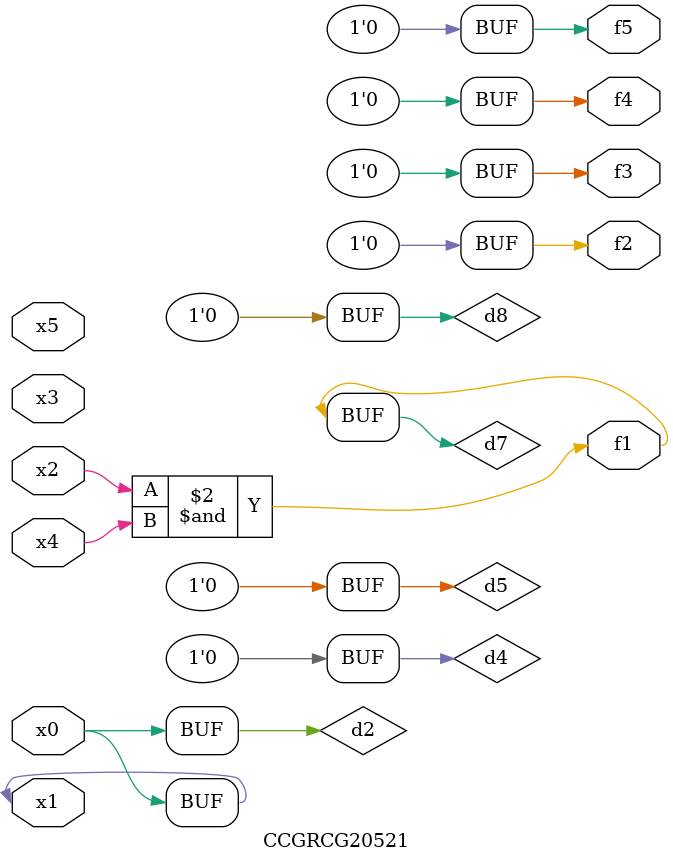
<source format=v>
module CCGRCG20521(
	input x0, x1, x2, x3, x4, x5,
	output f1, f2, f3, f4, f5
);

	wire d1, d2, d3, d4, d5, d6, d7, d8, d9;

	nand (d1, x1);
	buf (d2, x0, x1);
	nand (d3, x2, x4);
	and (d4, d1, d2);
	and (d5, d1, d2);
	nand (d6, d1, d3);
	not (d7, d3);
	xor (d8, d5);
	nor (d9, d5, d6);
	assign f1 = d7;
	assign f2 = d8;
	assign f3 = d8;
	assign f4 = d8;
	assign f5 = d8;
endmodule

</source>
